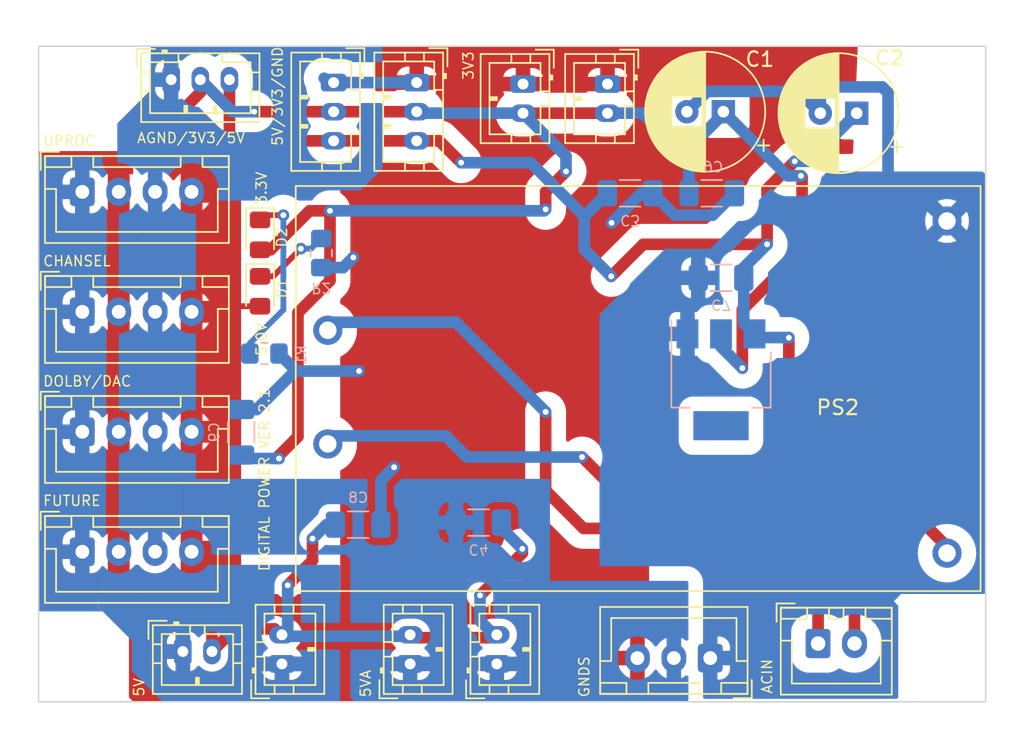
<source format=kicad_pcb>
(kicad_pcb (version 20221018) (generator pcbnew)
  (layers (0 "F.Cu" signal) (31 "B.Cu" signal) (34 "B.Paste" user) (35 "F.Paste" user) (36 "B.SilkS" user "B.Silkscreen") (37 "F.SilkS" user "F.Silkscreen") (38 "B.Mask" user) (39 "F.Mask" user) (44 "Edge.Cuts" user))
  (net 0 "")
  (net 1 "5V")
  (net 2 "VNEG")
  (net 3 "VIN")
  (net 4 "3V3")
  (net 5 "Net-(D1-K)")
  (net 6 "Net-(D2-K)")
  (net 7 "AGND")
  (net 8 "GND")
  (net 9 "PGND")
  (footprint "Connector_JST:JST_XH_B4B-XH-A_1x04_P2.50mm_Vertical" (layer "F.Cu") (at 123 80)
    (fp_text reference "J5" hide)
    (fp_text value "FUTURE")
    (pad "1" thru_hole roundrect (at 0 0) (size 1.7 1.95) (drill 0.95) (layers "*.Cu" "*.Mask") (roundrect_rratio 0.1470588235) (net 8 "GND"))
    (pad "2" thru_hole oval (at 2.5 0) (size 1.7 1.95) (drill 0.95) (layers "*.Cu" "*.Mask") (net 4 "3V3"))
    (pad "3" thru_hole oval (at 5 0) (size 1.7 1.95) (drill 0.95) (layers "*.Cu" "*.Mask") (net 7 "AGND"))
    (pad "4" thru_hole oval (at 7.5 0) (size 1.7 1.95) (drill 0.95) (layers "*.Cu" "*.Mask") (net 1 "5V"))
  )
  (footprint "Connector_JST:JST_PH_B3B-PH-K_1x03_P2.00mm_Vertical" (layer "F.Cu") (at 129.1 72.3)
    (fp_text reference "J9" hide)
    (fp_text value "COMPAT")
    (pad "1" thru_hole roundrect (at 0 0) (size 1.2 1.75) (drill 0.75) (layers "*.Cu" "*.Mask") (roundrect_rratio 0.2083333333) (net 7 "AGND"))
    (pad "2" thru_hole oval (at 2 0) (size 1.2 1.75) (drill 0.75) (layers "*.Cu" "*.Mask") (net 4 "3V3"))
    (pad "3" thru_hole oval (at 4 0) (size 1.2 1.75) (drill 0.75) (layers "*.Cu" "*.Mask") (net 1 "5V"))
  )
  (footprint "Connector_JST:JST_XH_B4B-XH-A_1x04_P2.50mm_Vertical" (layer "F.Cu") (at 123 88.233333)
    (fp_text reference "J3" hide)
    (fp_text value "CHANSEL")
    (pad "1" thru_hole roundrect (at 0 0) (size 1.7 1.95) (drill 0.95) (layers "*.Cu" "*.Mask") (roundrect_rratio 0.1470588235) (net 8 "GND"))
    (pad "2" thru_hole oval (at 2.5 0) (size 1.7 1.95) (drill 0.95) (layers "*.Cu" "*.Mask") (net 4 "3V3"))
    (pad "3" thru_hole oval (at 5 0) (size 1.7 1.95) (drill 0.95) (layers "*.Cu" "*.Mask") (net 7 "AGND"))
    (pad "4" thru_hole oval (at 7.5 0) (size 1.7 1.95) (drill 0.95) (layers "*.Cu" "*.Mask") (net 1 "5V"))
  )
  (footprint "Capacitor_THT:CP_Radial_D8.0mm_P2.50mm" (layer "F.Cu") (at 176.152651 74.6 180)
    (fp_text reference "C2" (at -2.247349 3.8 180) (layer "F.SilkS"))
    (fp_text value "330u 16V")
    (pad "1" thru_hole rect (at 0 0 180) (size 1.6 1.6) (drill 0.8) (layers "*.Cu" "*.Mask") (net 1 "5V"))
    (pad "2" thru_hole circle (at 2.5 0 180) (size 1.6 1.6) (drill 0.8) (layers "*.Cu" "*.Mask") (net 9 "PGND"))
  )
  (footprint "LED_SMD:LED_0805_2012Metric_Pad1.15x1.40mm_HandSolder" (layer "F.Cu") (at 135.2 82.95 -90)
    (fp_text reference "D2" (at 0.175 -1.5 90 unlocked) (layer "F.SilkS") (effects (font (size 0.7 0.7) (thickness 0.1))))
    (fp_text value "WHITE")
    (pad "1" smd roundrect (at -1.025 0 270) (size 1.15 1.4) (layers "F.Cu" "F.Paste" "F.Mask") (roundrect_rratio 0.2173913043) (net 6 "Net-(D2-K)"))
    (pad "2" smd roundrect (at 1.025 0 270) (size 1.15 1.4) (layers "F.Cu" "F.Paste" "F.Mask") (roundrect_rratio 0.2173913043) (net 4 "3V3"))
  )
  (footprint "MountingHole:MountingHole_3.2mm_M3" (layer "F.Cu") (at 182.5 72.5)
    (fp_text reference "H1" hide)
    (fp_text value "MountingHole")
    (pad "" np_thru_hole circle (at 0 0) (size 3.2 3.2) (drill 3.2) (layers "*.Cu" "*.Mask"))
  )
  (footprint "Connector_JST:JST_XH_B4B-XH-A_1x04_P2.50mm_Vertical" (layer "F.Cu") (at 123 96.466666)
    (fp_text reference "J4" hide)
    (fp_text value "DOLBY")
    (pad "1" thru_hole roundrect (at 0 0) (size 1.7 1.95) (drill 0.95) (layers "*.Cu" "*.Mask") (roundrect_rratio 0.1470588235) (net 8 "GND"))
    (pad "2" thru_hole oval (at 2.5 0) (size 1.7 1.95) (drill 0.95) (layers "*.Cu" "*.Mask") (net 4 "3V3"))
    (pad "3" thru_hole oval (at 5 0) (size 1.7 1.95) (drill 0.95) (layers "*.Cu" "*.Mask") (net 7 "AGND"))
    (pad "4" thru_hole oval (at 7.5 0) (size 1.7 1.95) (drill 0.95) (layers "*.Cu" "*.Mask") (net 1 "5V"))
  )
  (footprint "MountingHole:MountingHole_3.2mm_M3" (layer "F.Cu") (at 122.5 112.5)
    (fp_text reference "H2" hide)
    (fp_text value "MountingHole")
    (pad "" np_thru_hole circle (at 0 0) (size 3.2 3.2) (drill 3.2) (layers "*.Cu" "*.Mask"))
  )
  (footprint "Components:HLK-10M05" (layer "F.Cu") (at 162.15 91.7)
    (fp_text reference "PS2" (at 12.7 3.1 unlocked) (layer "F.SilkS"))
    (fp_text value "HLK-10M05")
    (pad "1" thru_hole circle (at -22.3 -2.2) (size 2 2) (drill 1.2) (layers "*.Cu" "*.Mask") (net 3 "VIN"))
    (pad "2" thru_hole circle (at -22.3 5.6) (size 2 2) (drill 1.2) (layers "*.Cu" "*.Mask") (net 2 "VNEG"))
    (pad "3" thru_hole circle (at 20.2 -9.7) (size 2 2) (drill 1.2) (layers "*.Cu" "*.Mask") (net 9 "PGND"))
    (pad "4" thru_hole circle (at 20.2 13.1) (size 2 2) (drill 1.2) (layers "*.Cu" "*.Mask") (net 1 "5V"))
  )
  (footprint "Connector_JST:JST_XH_B4B-XH-A_1x04_P2.50mm_Vertical" (layer "F.Cu") (at 123 104.7)
    (fp_text reference "J6" hide)
    (fp_text value "UPRO")
    (pad "1" thru_hole roundrect (at 0 0) (size 1.7 1.95) (drill 0.95) (layers "*.Cu" "*.Mask") (roundrect_rratio 0.1470588235) (net 8 "GND"))
    (pad "2" thru_hole oval (at 2.5 0) (size 1.7 1.95) (drill 0.95) (layers "*.Cu" "*.Mask") (net 4 "3V3"))
    (pad "3" thru_hole oval (at 5 0) (size 1.7 1.95) (drill 0.95) (layers "*.Cu" "*.Mask") (net 7 "AGND"))
    (pad "4" thru_hole oval (at 7.5 0) (size 1.7 1.95) (drill 0.95) (layers "*.Cu" "*.Mask") (net 1 "5V"))
  )
  (footprint "Connector_JST:JST_PH_B2B-PH-K_1x02_P2.00mm_Vertical" (layer "F.Cu") (at 151.45 112.4 90)
    (fp_text reference "DIG5" hide)
    (fp_text value "Conn_01x02_Male")
    (pad "1" thru_hole roundrect (at 0 0 90) (size 1.2 1.75) (drill 0.75) (layers "*.Cu" "*.Mask") (roundrect_rratio 0.2083333333) (net 7 "AGND"))
    (pad "2" thru_hole oval (at 2 0 90) (size 1.2 1.75) (drill 0.75) (layers "*.Cu" "*.Mask") (net 1 "5V"))
  )
  (footprint "LED_SMD:LED_0805_2012Metric_Pad1.15x1.40mm_HandSolder" (layer "F.Cu") (at 135.2 86.825 -90)
    (fp_text reference "D1" (at -0.2 -1.5 90 unlocked) (layer "F.SilkS") (effects (font (size 0.7 0.7) (thickness 0.1))))
    (fp_text value "BLUE")
    (pad "1" smd roundrect (at -1.025 0 270) (size 1.15 1.4) (layers "F.Cu" "F.Paste" "F.Mask") (roundrect_rratio 0.2173913043) (net 5 "Net-(D1-K)"))
    (pad "2" smd roundrect (at 1.025 0 270) (size 1.15 1.4) (layers "F.Cu" "F.Paste" "F.Mask") (roundrect_rratio 0.2173913043) (net 1 "5V"))
  )
  (footprint "MountingHole:MountingHole_3.2mm_M3" (layer "F.Cu") (at 122.5 72.5)
    (fp_text reference "H4" hide)
    (fp_text value "MountingHole")
    (pad "" np_thru_hole circle (at 0 0) (size 3.2 3.2) (drill 3.2) (layers "*.Cu" "*.Mask"))
  )
  (footprint "Connector_JST:JST_PH_B2B-PH-K_1x02_P2.00mm_Vertical" (layer "F.Cu") (at 136.7 112.4 90)
    (fp_text reference "DIG2" hide)
    (fp_text value "Conn_01x02_Male")
    (pad "1" thru_hole roundrect (at 0 0 90) (size 1.2 1.75) (drill 0.75) (layers "*.Cu" "*.Mask") (roundrect_rratio 0.2083333333) (net 8 "GND"))
    (pad "2" thru_hole oval (at 2 0 90) (size 1.2 1.75) (drill 0.75) (layers "*.Cu" "*.Mask") (net 1 "5V"))
  )
  (footprint "Connector_JST:JST_XH_B3B-XH-A_1x03_P2.50mm_Vertical" (layer "F.Cu") (at 166.1 112 180)
    (fp_text reference "J2" hide)
    (fp_text value "GROUNDS")
    (pad "1" thru_hole roundrect (at 0 0 180) (size 1.7 1.95) (drill 0.95) (layers "*.Cu" "*.Mask") (roundrect_rratio 0.1470588235) (net 9 "PGND"))
    (pad "2" thru_hole oval (at 2.5 0 180) (size 1.7 1.95) (drill 0.95) (layers "*.Cu" "*.Mask") (net 7 "AGND"))
    (pad "3" thru_hole oval (at 5 0 180) (size 1.7 1.95) (drill 0.95) (layers "*.Cu" "*.Mask") (net 8 "GND"))
  )
  (footprint "Connector_JST:JST_PH_B2B-PH-K_1x02_P2.00mm_Vertical" (layer "F.Cu") (at 129.9 111.55)
    (fp_text reference "DIG1" hide)
    (fp_text value "Conn_01x02_Male")
    (pad "1" thru_hole roundrect (at 0 0) (size 1.2 1.75) (drill 0.75) (layers "*.Cu" "*.Mask") (roundrect_rratio 0.2083333333) (net 8 "GND"))
    (pad "2" thru_hole oval (at 2 0) (size 1.2 1.75) (drill 0.75) (layers "*.Cu" "*.Mask") (net 1 "5V"))
  )
  (footprint "Connector_JST:JST_PH_B2B-PH-K_1x02_P2.00mm_Vertical" (layer "F.Cu") (at 145.5 112.4 90)
    (fp_text reference "DIG7" hide)
    (fp_text value "Conn_01x02_Male")
    (pad "1" thru_hole roundrect (at 0 0 90) (size 1.2 1.75) (drill 0.75) (layers "*.Cu" "*.Mask") (roundrect_rratio 0.2083333333) (net 7 "AGND"))
    (pad "2" thru_hole oval (at 2 0 90) (size 1.2 1.75) (drill 0.75) (layers "*.Cu" "*.Mask") (net 1 "5V"))
  )
  (footprint "Connector_JST:JST_PH_B2B-PH-K_1x02_P2.00mm_Vertical" (layer "F.Cu") (at 153.25 72.6 -90)
    (fp_text reference "DIG6" hide)
    (fp_text value "Conn_01x02_Male")
    (pad "1" thru_hole roundrect (at 0 0 270) (size 1.2 1.75) (drill 0.75) (layers "*.Cu" "*.Mask") (roundrect_rratio 0.2083333333) (net 8 "GND"))
    (pad "2" thru_hole oval (at 2 0 270) (size 1.2 1.75) (drill 0.75) (layers "*.Cu" "*.Mask") (net 4 "3V3"))
  )
  (footprint "Connector_JST:JST_XH_B2B-XH-A_1x02_P2.50mm_Vertical" (layer "F.Cu") (at 173.5 111)
    (fp_text reference "J1" hide)
    (fp_text value "Conn_01x02_Male" hide)
    (pad "1" thru_hole roundrect (at 0 0) (size 1.7 2) (drill 1) (layers "*.Cu" "*.Mask") (roundrect_rratio 0.1470588235) (net 3 "VIN"))
    (pad "2" thru_hole oval (at 2.5 0) (size 1.7 2) (drill 1) (layers "*.Cu" "*.Mask") (net 2 "VNEG"))
  )
  (footprint "Capacitor_THT:CP_Radial_D8.0mm_P2.50mm" (layer "F.Cu") (at 167 74.5 180)
    (fp_text reference "C1" (at -2.5 3.6) (layer "F.SilkS"))
    (fp_text value "330u 16V")
    (pad "1" thru_hole rect (at 0 0 180) (size 1.6 1.6) (drill 0.8) (layers "*.Cu" "*.Mask") (net 4 "3V3"))
    (pad "2" thru_hole circle (at 2.5 0 180) (size 1.6 1.6) (drill 0.8) (layers "*.Cu" "*.Mask") (net 9 "PGND"))
  )
  (footprint "Connector_JST:JST_PH_B3B-PH-K_1x03_P2.00mm_Vertical" (layer "F.Cu") (at 145.95 72.5 -90)
    (fp_text reference "J7" hide)
    (fp_text value "COMPAT")
    (pad "1" thru_hole roundrect (at 0 0 270) (size 1.2 1.75) (drill 0.75) (layers "*.Cu" "*.Mask") (roundrect_rratio 0.2083333333) (net 8 "GND"))
    (pad "2" thru_hole oval (at 2 0 270) (size 1.2 1.75) (drill 0.75) (layers "*.Cu" "*.Mask") (net 4 "3V3"))
    (pad "3" thru_hole oval (at 4 0 270) (size 1.2 1.75) (drill 0.75) (layers "*.Cu" "*.Mask") (net 1 "5V"))
  )
  (footprint "MountingHole:MountingHole_3.2mm_M3" (layer "F.Cu") (at 182.5 112.5)
    (fp_text reference "H3" hide)
    (fp_text value "MountingHole")
    (pad "" np_thru_hole circle (at 0 0) (size 3.2 3.2) (drill 3.2) (layers "*.Cu" "*.Mask"))
  )
  (footprint "Connector_JST:JST_PH_B3B-PH-K_1x03_P2.00mm_Vertical" (layer "F.Cu") (at 140.25 72.5 -90)
    (fp_text reference "J8" hide)
    (fp_text value "COMPAT")
    (pad "1" thru_hole roundrect (at 0 0 270) (size 1.2 1.75) (drill 0.75) (layers "*.Cu" "*.Mask") (roundrect_rratio 0.2083333333) (net 8 "GND"))
    (pad "2" thru_hole oval (at 2 0 270) (size 1.2 1.75) (drill 0.75) (layers "*.Cu" "*.Mask") (net 4 "3V3"))
    (pad "3" thru_hole oval (at 4 0 270) (size 1.2 1.75) (drill 0.75) (layers "*.Cu" "*.Mask") (net 1 "5V"))
  )
  (footprint "Connector_JST:JST_PH_B2B-PH-K_1x02_P2.00mm_Vertical" (layer "F.Cu") (at 159.05 72.6 -90)
    (fp_text reference "DIG4" hide)
    (fp_text value "Conn_01x02_Male")
    (pad "1" thru_hole roundrect (at 0 0 270) (size 1.2 1.75) (drill 0.75) (layers "*.Cu" "*.Mask") (roundrect_rratio 0.2083333333) (net 8 "GND"))
    (pad "2" thru_hole oval (at 2 0 270) (size 1.2 1.75) (drill 0.75) (layers "*.Cu" "*.Mask") (net 4 "3V3"))
  )
  (footprint "Capacitor_SMD:C_1206_3216Metric_Pad1.33x1.80mm_HandSolder" (layer "B.Cu") (at 150.2 102.7)
    (fp_text reference "C4" (at 0 1.85 -180 unlocked) (layer "B.SilkS") (effects (font (size 0.7 0.7) (thickness 0.1)) (justify mirror)))
    (fp_text value "47u")
    (pad "1" smd roundrect (at -1.5625 0) (size 1.325 1.8) (layers "B.Cu" "B.Paste" "B.Mask") (roundrect_rratio 0.1886792453) (net 7 "AGND"))
    (pad "2" smd roundrect (at 1.5625 0) (size 1.325 1.8) (layers "B.Cu" "B.Paste" "B.Mask") (roundrect_rratio 0.1886792453) (net 1 "5V"))
  )
  (footprint "Package_TO_SOT_SMD:SOT-223" (layer "B.Cu") (at 166.8375 92.9 -90)
    (fp_text reference "U1" hide)
    (fp_text value "AZ1117-3.3")
    (pad "1" smd rect (at -3.15 2.3 270) (size 2 1.5) (layers "B.Cu" "B.Paste" "B.Mask") (net 9 "PGND"))
    (pad "2" smd rect (at -3.15 0 270) (size 2 1.5) (layers "B.Cu" "B.Paste" "B.Mask") (net 4 "3V3"))
    (pad "3" smd rect (at -3.15 -2.3 270) (size 2 1.5) (layers "B.Cu" "B.Paste" "B.Mask") (net 1 "5V"))
    (pad "4" smd rect (at 3.15 0 270) (size 2 3.8) (layers "B.Cu" "B.Paste" "B.Mask"))
  )
  (footprint "Resistor_SMD:R_0805_2012Metric_Pad1.20x1.40mm_HandSolder" (layer "B.Cu") (at 135.5 91.1)
    (fp_text reference "R1" (at 2.5 0.1 90 unlocked) (layer "B.SilkS") (effects (font (size 0.7 0.7) (thickness 0.1)) (justify mirror)))
    (fp_text value "510R")
    (pad "1" smd roundrect (at -1 0) (size 1.2 1.4) (layers "B.Cu" "B.Paste" "B.Mask") (roundrect_rratio 0.2083333333) (net 6 "Net-(D2-K)"))
    (pad "2" smd roundrect (at 1 0) (size 1.2 1.4) (layers "B.Cu" "B.Paste" "B.Mask") (roundrect_rratio 0.2083333333) (net 8 "GND"))
  )
  (footprint "Capacitor_SMD:C_1206_3216Metric_Pad1.33x1.80mm_HandSolder" (layer "B.Cu") (at 160.6 80.1)
    (fp_text reference "C3" (at 0 1.85 180 unlocked) (layer "B.SilkS") (effects (font (size 0.7 0.7) (thickness 0.1)) (justify mirror)))
    (fp_text value "47u")
    (pad "1" smd roundrect (at -1.5625 0) (size 1.325 1.8) (layers "B.Cu" "B.Paste" "B.Mask") (roundrect_rratio 0.1886792453) (net 1 "5V"))
    (pad "2" smd roundrect (at 1.5625 0) (size 1.325 1.8) (layers "B.Cu" "B.Paste" "B.Mask") (roundrect_rratio 0.1886792453) (net 8 "GND"))
  )
  (footprint "Capacitor_SMD:C_1206_3216Metric_Pad1.33x1.80mm_HandSolder" (layer "B.Cu") (at 166.8375 85.9)
    (fp_text reference "C7" (at 0 1.85 180 unlocked) (layer "B.SilkS") (effects (font (size 0.7 0.7) (thickness 0.1)) (justify mirror)))
    (fp_text value "10u")
    (pad "1" smd roundrect (at -1.5625 0) (size 1.325 1.8) (layers "B.Cu" "B.Paste" "B.Mask") (roundrect_rratio 0.1886792453) (net 9 "PGND"))
    (pad "2" smd roundrect (at 1.5625 0) (size 1.325 1.8) (layers "B.Cu" "B.Paste" "B.Mask") (roundrect_rratio 0.1886792453) (net 1 "5V"))
  )
  (footprint "Capacitor_SMD:C_1206_3216Metric_Pad1.33x1.80mm_HandSolder" (layer "B.Cu") (at 166.2 80.1)
    (fp_text reference "C6" (at 0.1 -1.8 unlocked) (layer "B.SilkS") (effects (font (size 0.7 0.7) (thickness 0.1)) (justify mirror)))
    (fp_text value "10U")
    (pad "1" smd roundrect (at -1.5625 0) (size 1.325 1.8) (layers "B.Cu" "B.Paste" "B.Mask") (roundrect_rratio 0.1886792453) (net 4 "3V3"))
    (pad "2" smd roundrect (at 1.5625 0) (size 1.325 1.8) (layers "B.Cu" "B.Paste" "B.Mask") (roundrect_rratio 0.1886792453) (net 8 "GND"))
  )
  (footprint "Capacitor_SMD:C_1206_3216Metric_Pad1.33x1.80mm_HandSolder" (layer "B.Cu") (at 133.9 96.5 -90)
    (fp_text reference "C9" (at 0 1.85 -270 unlocked) (layer "B.SilkS") (effects (font (size 0.7 0.7) (thickness 0.1)) (justify mirror)))
    (fp_text value "47u")
    (pad "1" smd roundrect (at -1.5625 0 270) (size 1.325 1.8) (layers "B.Cu" "B.Paste" "B.Mask") (roundrect_rratio 0.1886792453) (net 8 "GND"))
    (pad "2" smd roundrect (at 1.5625 0 270) (size 1.325 1.8) (layers "B.Cu" "B.Paste" "B.Mask") (roundrect_rratio 0.1886792453) (net 4 "3V3"))
  )
  (footprint "Capacitor_SMD:C_1206_3216Metric_Pad1.33x1.80mm_HandSolder" (layer "B.Cu") (at 141.933027 102.842956 180)
    (fp_text reference "C8" (at 0 1.85 unlocked) (layer "B.SilkS") (effects (font (size 0.7 0.7) (thickness 0.1)) (justify mirror)))
    (fp_text value "47u")
    (pad "1" smd roundrect (at -1.5625 0 180) (size 1.325 1.8) (layers "B.Cu" "B.Paste" "B.Mask") (roundrect_rratio 0.1886792453) (net 8 "GND"))
    (pad "2" smd roundrect (at 1.5625 0 180) (size 1.325 1.8) (layers "B.Cu" "B.Paste" "B.Mask") (roundrect_rratio 0.1886792453) (net 1 "5V"))
  )
  (footprint "Resistor_SMD:R_0805_2012Metric_Pad1.20x1.40mm_HandSolder" (layer "B.Cu") (at 139.4 84.2 -90)
    (fp_text reference "R2" (at 2.4 0 -180 unlocked) (layer "B.SilkS") (effects (font (size 0.7 0.7) (thickness 0.1)) (justify mirror)))
    (fp_text value "750R")
    (pad "1" smd roundrect (at -1 0 270) (size 1.2 1.4) (layers "B.Cu" "B.Paste" "B.Mask") (roundrect_rratio 0.2083333333) (net 5 "Net-(D1-K)"))
    (pad "2" smd roundrect (at 1 0 270) (size 1.2 1.4) (layers "B.Cu" "B.Paste" "B.Mask") (roundrect_rratio 0.2083333333) (net 8 "GND"))
  )
  (gr_line (start 120 70) (end 120 115) (stroke (width 0.1)) (layer "Edge.Cuts"))
  (gr_line (start 185 70) (end 120 70) (stroke (width 0.1)) (layer "Edge.Cuts"))
  (gr_line (start 185 70) (end 185 115) (stroke (width 0.1)) (layer "Edge.Cuts"))
  (gr_line (start 120 115) (end 185 115) (stroke (width 0.1)) (layer "Edge.Cuts"))
  (gr_text "AGND/3V3/5V" (at 126.7 76.3) (layer "F.SilkS") (effects (font (size 0.7 0.7) (thickness 0.1)) (justify left)))
  (gr_text "5V/3V3/GND" (at 136.4 76.9 90) (layer "F.SilkS") (effects (font (size 0.7 0.7) (thickness 0.1)) (justify left)))
  (gr_text "ACIN" (at 170 114.5 90) (layer "F.SilkS") (effects (font (size 0.7 0.7) (thickness 0.1)) (justify left)))
  (gr_text "DOLBY/DAC" (at 120.25 93) (layer "F.SilkS") (effects (font (size 0.7 0.7) (thickness 0.1)) (justify left)))
  (gr_text "5.0V" (at 135.3 88.925 90) (layer "F.SilkS") (effects (font (size 0.7 0.7) (thickness 0.1)) (justify right)))
  (gr_text "UPROC" (at 120.25 76.5) (layer "F.SilkS") (effects (font (size 0.7 0.7) (thickness 0.1)) (justify left)))
  (gr_text "DIGITAL POWER VER 2.1" (at 135.5 106.1 90) (layer "F.SilkS") (effects (font (size 0.7 0.7) (thickness 0.1)) (justify left)))
  (gr_text "3.3V" (at 135.3 78.55 90) (layer "F.SilkS") (effects (font (size 0.7 0.7) (thickness 0.1)) (justify right)))
  (gr_text "GNDS\n" (at 157.45 114.75 90) (layer "F.SilkS") (effects (font (size 0.7 0.7) (thickness 0.1)) (justify left)))
  (gr_text "3V3" (at 149.5 70.3 90) (layer "F.SilkS") (effects (font (size 0.7 0.7) (thickness 0.1)) (justify right)))
  (gr_text "5VA" (at 142.45 114.75 90) (layer "F.SilkS") (effects (font (size 0.7 0.7) (thickness 0.1)) (justify left)))
  (gr_text "CHANSEL\n" (at 120.25 84.75) (layer "F.SilkS") (effects (font (size 0.7 0.7) (thickness 0.1)) (justify left)))
  (gr_text "5V" (at 126.9 114.7 90) (layer "F.SilkS") (effects (font (size 0.7 0.7) (thickness 0.1)) (justify left)))
  (gr_text "FUTURE" (at 120.25 101.2) (layer "F.SilkS") (effects (font (size 0.7 0.7) (thickness 0.1)) (justify left)))
  (segment (start 170 79.8) (end 171.9 77.9) (width 0.8) (layer "F.Cu") (net 1))
  (segment (start 136.7 110.5) (end 136.2 110) (width 0.8) (layer "F.Cu") (net 1))
  (segment (start 133.35 87.85) (end 133.2 88) (width 0.4) (layer "F.Cu") (net 1))
  (segment (start 140.25 76.5) (end 134 76.5) (width 0.8) (layer "F.Cu") (net 1))
  (segment (start 134 76.5) (end 132.8 77.7) (width 0.8) (layer "F.Cu") (net 1))
  (segment (start 145.5 110.6) (end 151.45 110.6) (width 0.8) (layer "F.Cu") (net 1))
  (segment (start 161.5 83.6) (end 159.3 85.8) (width 0.8) (layer "F.Cu") (net 1))
  (segment (start 151.35 110.5) (end 151.45 110.6) (width 0.8) (layer "F.Cu") (net 1))
  (segment (start 133.1 72.3) (end 133.1 77.4) (width 0.8) (layer "F.Cu") (net 1))
  (segment (start 132.8 77.7) (end 130.5 80) (width 0.8) (layer "F.Cu") (net 1))
  (segment (start 145.95 76.5) (end 140.25 76.5) (width 0.8) (layer "F.Cu") (net 1))
  (segment (start 170 83.6) (end 161.5 83.6) (width 0.8) (layer "F.Cu") (net 1))
  (segment (start 153.2 104.8) (end 150.3 107.7) (width 0.8) (layer "F.Cu") (net 1))
  (segment (start 182.25 104.25) (end 171.493884 93.493884) (width 0.8) (layer "F.Cu") (net 1))
  (segment (start 131.9 106.1) (end 130.5 104.7) (width 0.8) (layer "F.Cu") (net 1))
  (segment (start 138.8 103.8) (end 138.8 105.3) (width 0.8) (layer "F.Cu") (net 1))
  (segment (start 133.45 110) (end 131.9 111.55) (width 0.8) (layer "F.Cu") (net 1))
  (segment (start 133.1 77.4) (end 132.8 77.7) (width 0.8) (layer "F.Cu") (net 1))
  (segment (start 135.2 87.85) (end 133.35 87.85) (width 0.4) (layer "F.Cu") (net 1))
  (segment (start 171.493884 93.493884) (end 171.493884 90.010432) (width 0.8) (layer "F.Cu") (net 1))
  (segment (start 147.5 76.5) (end 149 78) (width 0.8) (layer "F.Cu") (net 1))
  (segment (start 136.2 110) (end 133.45 110) (width 0.8) (layer "F.Cu") (net 1))
  (segment (start 145.95 76.5) (end 147.5 76.5) (width 0.8) (layer "F.Cu") (net 1))
  (segment (start 170 83.6) (end 170 79.8) (width 0.8) (layer "F.Cu") (net 1))
  (segment (start 131.9 111.55) (end 131.9 106.1) (width 0.8) (layer "F.Cu") (net 1))
  (segment (start 138.8 105.3) (end 137.1 107) (width 0.8) (layer "F.Cu") (net 1))
  (segment (start 153.2 104.5) (end 153.2 104.8) (width 0.8) (layer "F.Cu") (net 1))
  (via (at 171.9 77.9) (size 0.8) (drill 0.4) (layers "F.Cu" "B.Cu") (net 1))
  (via (at 170 83.6) (size 0.8) (drill 0.4) (layers "F.Cu" "B.Cu") (net 1))
  (via (at 159.3 85.8) (size 0.8) (drill 0.4) (layers "F.Cu" "B.Cu") (net 1))
  (via (at 149 78) (size 0.8) (drill 0.4) (layers "F.Cu" "B.Cu") (net 1))
  (via (at 150.3 107.7) (size 0.8) (drill 0.4) (layers "F.Cu" "B.Cu") (net 1))
  (via (at 137.1 107) (size 0.8) (drill 0.4) (layers "F.Cu" "B.Cu") (net 1))
  (via (at 153.2 104.5) (size 0.8) (drill 0.4) (layers "F.Cu" "B.Cu") (net 1))
  (via (at 171.493884 90.010432) (size 0.8) (drill 0.4) (layers "F.Cu" "B.Cu") (net 1))
  (via (at 138.8 103.8) (size 0.8) (drill 0.4) (layers "F.Cu" "B.Cu") (net 1))
  (segment (start 153.776714 78) (end 149 78) (width 0.8) (layer "B.Cu") (net 1))
  (segment (start 168.4 85.2) (end 170 83.6) (width 0.8) (layer "B.Cu") (net 1))
  (segment (start 159.3 85.8) (end 157.457107 83.957107) (width 0.8) (layer "B.Cu") (net 1))
  (segment (start 150.3 107.7) (end 150.3 109.45) (width 0.8) (layer "B.Cu") (net 1))
  (segment (start 168.4 85.9) (end 168.4 89.0125) (width 0.8) (layer "B.Cu") (net 1))
  (segment (start 150.3 109.45) (end 151.45 110.6) (width 0.8) (layer "B.Cu") (net 1))
  (segment (start 140.370527 102.842956) (end 139.757044 102.842956) (width 0.8) (layer "B.Cu") (net 1))
  (segment (start 157.457107 81.680393) (end 159.0375 80.1) (width 0.8) (layer "B.Cu") (net 1))
  (segment (start 137.1 107) (end 137.1 110.1) (width 0.8) (layer "B.Cu") (net 1))
  (segment (start 171.483452 90) (end 171.493884 90.010432) (width 0.8) (layer "B.Cu") (net 1))
  (segment (start 171.9 77.9) (end 172.852651 77.9) (width 0.8) (layer "B.Cu") (net 1))
  (segment (start 169.3875 90) (end 171.483452 90) (width 0.8) (layer "B.Cu") (net 1))
  (segment (start 157.457107 81.680393) (end 153.776714 78) (width 0.8) (layer "B.Cu") (net 1))
  (segment (start 151.7625 103.0625) (end 153.2 104.5) (width 0.8) (layer "B.Cu") (net 1))
  (segment (start 145.5 110.6) (end 145.4 110.5) (width 0.8) (layer "B.Cu") (net 1))
  (segment (start 157.457107 83.957107) (end 157.457107 81.680393) (width 0.8) (layer "B.Cu") (net 1))
  (segment (start 168.4 89.0125) (end 169.1375 89.75) (width 0.8) (layer "B.Cu") (net 1))
  (segment (start 172.852651 77.9) (end 176.152651 74.6) (width 0.8) (layer "B.Cu") (net 1))
  (segment (start 145.4 110.5) (end 136.7 110.5) (width 0.8) (layer "B.Cu") (net 1))
  (segment (start 168.4 85.9) (end 168.4 85.2) (width 0.8) (layer "B.Cu") (net 1))
  (segment (start 137.1 110.1) (end 136.7 110.5) (width 0.8) (layer "B.Cu") (net 1))
  (segment (start 139.757044 102.842956) (end 138.8 103.8) (width 0.8) (layer "B.Cu") (net 1))
  (segment (start 176 105) (end 171.2 100.2) (width 0.8) (layer "F.Cu") (net 2))
  (segment (start 159.3 100.2) (end 157.3 98.2) (width 0.8) (layer "F.Cu") (net 2))
  (segment (start 171.2 100.2) (end 159.3 100.2) (width 0.8) (layer "F.Cu") (net 2))
  (segment (start 176 111) (end 176 105) (width 0.8) (layer "F.Cu") (net 2))
  (via (at 157.3 98.2) (size 0.8) (drill 0.4) (layers "F.Cu" "B.Cu") (net 2))
  (segment (start 157.3 98.2) (end 149.4 98.2) (width 0.8) (layer "B.Cu") (net 2))
  (segment (start 149.4 98.2) (end 147.95 96.75) (width 0.8) (layer "B.Cu") (net 2))
  (segment (start 147.95 96.75) (end 139.75 96.75) (width 0.8) (layer "B.Cu") (net 2))
  (segment (start 173.5 111) (end 173.5 108.7) (width 0.8) (layer "F.Cu") (net 3))
  (segment (start 154.8 100.5) (end 157.4 103.1) (width 0.8) (layer "F.Cu") (net 3))
  (segment (start 167.9 103.1) (end 157.4 103.1) (width 0.8) (layer "F.Cu") (net 3))
  (segment (start 173.5 108.7) (end 167.9 103.1) (width 0.8) (layer "F.Cu") (net 3))
  (segment (start 154.8 100.5) (end 154.8 95.1) (width 0.8) (layer "F.Cu") (net 3))
  (via (at 154.8 95.1) (size 0.8) (drill 0.4) (layers "F.Cu" "B.Cu") (net 3))
  (segment (start 148.65 88.95) (end 139.75 88.95) (width 0.8) (layer "B.Cu") (net 3))
  (segment (start 154.8 95.1) (end 148.65 88.95) (width 0.8) (layer "B.Cu") (net 3))
  (segment (start 136.5 98.1) (end 136.5 98.3) (width 0.8) (layer "F.Cu") (net 4))
  (segment (start 137.8 88.3) (end 137.8 96.8) (width 0.8) (layer "F.Cu") (net 4))
  (segment (start 131.1 72.3) (end 131.1 73.175) (width 0.8) (layer "F.Cu") (net 4))
  (segment (start 140.25 74.5) (end 134.8 74.5) (width 0.8) (layer "F.Cu") (net 4))
  (segment (start 140 81.3) (end 140 86.1) (width 0.8) (layer "F.Cu") (net 4))
  (segment (start 168.3 88.1) (end 172.4 84) (width 0.8) (layer "F.Cu") (net 4))
  (segment (start 154.8 80) (end 156.2 78.6) (width 0.8) (layer "F.Cu") (net 4))
  (segment (start 159.05 74.6) (end 153.25 74.6) (width 0.8) (layer "F.Cu") (net 4))
  (segment (start 145.95 74.5) (end 140.25 74.5) (width 0.8) (layer "F.Cu") (net 4))
  (segment (start 135.2 83.975) (end 135.925 83.975) (width 0.8) (layer "F.Cu") (net 4))
  (segment (start 168.3 92.1) (end 168.3 88.1) (width 0.8) (layer "F.Cu") (net 4))
  (segment (start 135.925 83.975) (end 138.6 81.3) (width 0.8) (layer "F.Cu") (net 4))
  (segment (start 154.8 81.2) (end 154.8 80) (width 0.8) (layer "F.Cu") (net 4))
  (segment (start 131.1 73.175) (end 125.5 78.775) (width 0.8) (layer "F.Cu") (net 4))
  (segment (start 172.4 84) (end 172.4 78.978004) (width 0.8) (layer "F.Cu") (net 4))
  (segment (start 137.8 96.8) (end 137.7 96.9) (width 0.8) (layer "F.Cu") (net 4))
  (segment (start 138.6 81.3) (end 140 81.3) (width 0.8) (layer "F.Cu") (net 4))
  (segment (start 140 86.1) (end 137.8 88.3) (width 0.8) (layer "F.Cu") (net 4))
  (segment (start 125.5 78.775) (end 125.5 80) (width 0.8) (layer "F.Cu") (net 4))
  (segment (start 137.7 96.9) (end 136.5 98.1) (width 0.8) (layer "F.Cu") (net 4))
  (segment (start 172.4 78.978004) (end 172.321996 78.9) (width 0.8) (layer "F.Cu") (net 4))
  (via (at 172.321996 78.9) (size 0.8) (drill 0.4) (layers "F.Cu" "B.Cu") (net 4))
  (via (at 134.8 74.5) (size 0.8) (drill 0.4) (layers "F.Cu" "B.Cu") (net 4))
  (via (at 136.5 98.3) (size 0.8) (drill 0.4) (layers "F.Cu" "B.Cu") (net 4))
  (via (at 140 81.3) (size 0.8) (drill 0.4) (layers "F.Cu" "B.Cu") (net 4))
  (via (at 156.2 78.6) (size 0.8) (drill 0.4) (layers "F.Cu" "B.Cu") (net 4))
  (via (at 154.8 81.2) (size 0.8) (drill 0.4) (layers "F.Cu" "B.Cu") (net 4))
  (via (at 168.3 92.1) (size 0.8) (drill 0.4) (layers "F.Cu" "B.Cu") (net 4))
  (segment (start 159.05 74.6) (end 161.4375 74.6) (width 0.8) (layer "B.Cu") (net 4))
  (segment (start 167 74.5) (end 171.4 78.9) (width 0.8) (layer "B.Cu") (net 4))
  (segment (start 134.8 74.5) (end 133.3 74.5) (width 0.8) (layer "B.Cu") (net 4))
  (segment (start 164.6375 77.8) (end 164.6375 76.3875) (width 0.8) (layer "B.Cu") (net 4))
  (segment (start 165.3 76.35) (end 164.6 76.35) (width 0.8) (layer "B.Cu") (net 4))
  (segment (start 166.8375 90.6375) (end 168.3 92.1) (width 0.8) (layer "B.Cu") (net 4))
  (segment (start 133.3 74.5) (end 131.1 72.3) (width 0.8) (layer "B.Cu") (net 4))
  (segment (start 136.5 98.3) (end 134.1375 98.3) (width 0.8) (layer "B.Cu") (net 4))
  (segment (start 156.2 78.6) (end 156.2 77.55) (width 0.8) (layer "B.Cu") (net 4))
  (segment (start 166.8375 89.75) (end 166.8375 90.6375) (width 0.8) (layer "B.Cu") (net 4))
  (segment (start 171.4 78.9) (end 172.321996 78.9) (width 0.8) (layer "B.Cu") (net 4))
  (segment (start 167.05 74.6) (end 165.3 76.35) (width 0.8) (layer "B.Cu") (net 4))
  (segment (start 140 81.3) (end 154.7 81.3) (width 0.8) (layer "B.Cu") (net 4))
  (segment (start 156.2 77.55) (end 153.25 74.6) (width 0.8) (layer "B.Cu") (net 4))
  (segment (start 153.25 74.6) (end 146.05 74.6) (width 0.8) (layer "B.Cu") (net 4))
  (segment (start 146.05 74.6) (end 145.95 74.5) (width 0.8) (layer "B.Cu") (net 4))
  (segment (start 164.6375 76.3875) (end 164.6 76.35) (width 0.8) (layer "B.Cu") (net 4))
  (segment (start 134.1375 98.3) (end 133.9 98.0625) (width 0.8) (layer "B.Cu") (net 4))
  (segment (start 161.4375 74.6) (end 164.6375 77.8) (width 0.8) (layer "B.Cu") (net 4))
  (segment (start 164.6375 80.1) (end 164.6375 77.8) (width 0.8) (layer "B.Cu") (net 4))
  (segment (start 154.7 81.3) (end 154.8 81.2) (width 0.8) (layer "B.Cu") (net 4))
  (segment (start 136.1 85.8) (end 138 83.9) (width 0.4) (layer "F.Cu") (net 5))
  (segment (start 135.2 85.8) (end 136.1 85.8) (width 0.4) (layer "F.Cu") (net 5))
  (via (at 138 83.9) (size 0.8) (drill 0.4) (layers "F.Cu" "B.Cu") (net 5))
  (segment (start 138.7 83.9) (end 139.4 83.2) (width 0.4) (layer "B.Cu") (net 5))
  (segment (start 138 83.9) (end 138.7 83.9) (width 0.4) (layer "B.Cu") (net 5))
  (segment (start 136.8 81.6) (end 135.525 81.6) (width 0.4) (layer "F.Cu") (net 6))
  (segment (start 135.525 81.6) (end 135.2 81.925) (width 0.4) (layer "F.Cu") (net 6))
  (via (at 136.8 81.6) (size 0.8) (drill 0.4) (layers "F.Cu" "B.Cu") (net 6))
  (segment (start 134.5 90.4) (end 136.8 88.1) (width 0.4) (layer "B.Cu") (net 6))
  (segment (start 136.8 88.1) (end 136.8 81.6) (width 0.4) (layer "B.Cu") (net 6))
  (segment (start 134.5 91.1) (end 134.5 90.4) (width 0.4) (layer "B.Cu") (net 6))
  (via (at 141.6 84.5) (size 0.8) (drill 0.4) (layers "F.Cu" "B.Cu") (net 8))
  (via (at 142 92.3) (size 0.8) (drill 0.4) (layers "F.Cu" "B.Cu") (net 8))
  (via (at 144.4 98.9) (size 0.8) (drill 0.4) (layers "F.Cu" "B.Cu") (net 8))
  (via (at 159.328553 82.128553) (size 0.8) (drill 0.4) (layers "F.Cu" "B.Cu") (net 8))
  (segment (start 143.495527 102.842956) (end 143.495527 99.804473) (width 0.8) (layer "B.Cu") (net 8))
  (segment (start 143.495527 99.804473) (end 144.4 98.9) (width 0.8) (layer "B.Cu") (net 8))
  (segment (start 163.6625 81.6) (end 162.1625 80.1) (width 0.8) (layer "B.Cu") (net 8))
  (segment (start 166.2625 81.6) (end 163.6625 81.6) (width 0.8) (layer "B.Cu") (net 8))
  (segment (start 146.1 72.35) (end 145.95 72.5) (width 0.8) (layer "B.Cu") (net 8))
  (segment (start 140.9 85.2) (end 141.6 84.5) (width 0.8) (layer "B.Cu") (net 8))
  (segment (start 167.7625 80.1) (end 166.2625 81.6) (width 0.8) (layer "B.Cu") (net 8))
  (segment (start 133.9 94.9375) (end 134.9625 94.9375) (width 0.8) (layer "B.Cu") (net 8))
  (segment (start 145.95 72.5) (end 139.9 72.5) (width 0.8) (layer "B.Cu") (net 8))
  (segment (start 139.4 85.2) (end 140.9 85.2) (width 0.8) (layer "B.Cu") (net 8))
  (segment (start 139.9 72.5) (end 139.6 72.2) (width 0.8) (layer "B.Cu") (net 8))
  (segment (start 137.6 92.3) (end 142 92.3) (width 0.8) (layer "B.Cu") (net 8))
  (segment (start 136.3 90.9) (end 137.6 92.2) (width 0.8) (layer "B.Cu") (net 8))
  (segment (start 162.1625 80.1) (end 161.357106 80.1) (width 0.8) (layer "B.Cu") (net 8))
  (segment (start 161.357106 80.1) (end 159.328553 82.128553) (width 0.8) (layer "B.Cu") (net 8))
  (segment (start 137.6 92.2) (end 137.6 92.3) (width 0.8) (layer "B.Cu") (net 8))
  (segment (start 134.9625 94.9375) (end 137.6 92.3) (width 0.8) (layer "B.Cu") (net 8))
  (segment (start 177.9 72.8) (end 178 72.9) (width 0.8) (layer "B.Cu") (net 9))
  (segment (start 178 72.9) (end 178.3 73.2) (width 0.8) (layer "B.Cu") (net 9))
  (segment (start 173.652651 73.347349) (end 174.2 72.8) (width 0.8) (layer "B.Cu") (net 9))
  (segment (start 178.3 80.2) (end 178.7 80.6) (width 0.8) (layer "B.Cu") (net 9))
  (segment (start 165.9 73.1) (end 172.152651 73.1) (width 0.8) (layer "B.Cu") (net 9))
  (segment (start 164.5 74.5) (end 165.9 73.1) (width 0.8) (layer "B.Cu") (net 9))
  (segment (start 178.3 79.4) (end 178.3 80.2) (width 0.8) (layer "B.Cu") (net 9))
  (segment (start 178.3 73.2) (end 178.3 79.4) (width 0.8) (layer "B.Cu") (net 9))
  (segment (start 174.2 72.8) (end 177.9 72.8) (width 0.8) (layer "B.Cu") (net 9))
  (segment (start 173.652651 74.6) (end 173.652651 73.347349) (width 0.8) (layer "B.Cu") (net 9))
  (segment (start 172.152651 73.1) (end 173.652651 74.6) (width 0.8) (layer "B.Cu") (net 9))
  (zone (net 8) (net_name "GND") (layer "F.Cu") (priority 4) (connect_pads (clearance 1)) (min_thickness 0.25) (fill yes (thermal_gap 0.5) (thermal_bridge_width 1))
    (polygon (pts (xy 175.9 77.4) (xy 170.7 77.4) (xy 161.9 86.2) (xy 161.9 115) (xy 162 115.1) (xy 141.5 115.1) (xy 140.7 114.3) (xy 140.7 79.1) (xy 143.1 76.7) (xy 143.1 68.3) (xy 176.3 68.3)))
  )
  (zone (net 4) (net_name "3V3") (layer "F.Cu") (priority 8) (connect_pads (clearance 0.508)) (min_thickness 0.25) (fill yes (thermal_gap 0.5) (thermal_bridge_width 1.5))
    (polygon (pts (xy 119.7 77.2) (xy 126.8 77.2) (xy 126.5 76.9) (xy 126.5 108.2) (xy 126.8 107.9) (xy 119.3 107.9) (xy 119.3 77.6)))
  )
  (zone (net 1) (net_name "5V") (layer "F.Cu") (priority 8) (connect_pads (clearance 0.508)) (min_thickness 0.25) (fill yes (thermal_gap 0.5) (thermal_bridge_width 1.5))
    (polygon (pts (xy 127.1 77.2) (xy 134.2 77.2) (xy 133.9 76.9) (xy 133.9 108.2) (xy 134.2 107.9) (xy 127.3 107.9) (xy 127.3 77)))
  )
  (zone (net 8) (net_name "GND") (layer "F.Cu") (priority 7) (connect_pads (clearance 0.508)) (min_thickness 0.25) (fill yes (thermal_gap 0.5) (thermal_bridge_width 1) (island_removal_mode 1) (island_area_min 10))
    (polygon (pts (xy 162 107.4) (xy 162 115.1) (xy 126.6 115.1) (xy 126.2 114.7) (xy 126.2 108.7) (xy 127.1 107.6) (xy 162.2 107.6)))
  )
  (zone (net 8) (net_name "GND") (layer "B.Cu") (priority 1) (connect_pads (clearance 0.508)) (min_thickness 0.25) (fill yes (thermal_gap 0.5) (thermal_bridge_width 1))
    (polygon (pts (xy 124.1 105.6) (xy 140.7 105.6) (xy 140.7 115.4) (xy 128.9 115.4) (xy 126.4 112.9) (xy 126.4 110.8) (xy 124.1 108.5)))
  )
  (zone (net 7) (net_name "AGND") (layer "B.Cu") (priority 3) (connect_pads (clearance 1)) (min_thickness 0.25) (fill yes (thermal_gap 0.5) (thermal_bridge_width 1))
    (polygon (pts (xy 125.4 78.8) (xy 125.4 75.3) (xy 127.7 73) (xy 127.7 69.7) (xy 128 69.4) (xy 143.6 69.4) (xy 143.6 78.4) (xy 141.4 80.6) (xy 127.2 80.6)))
  )
  (zone (net 7) (net_name "AGND") (layer "B.Cu") (priority 6) (connect_pads (clearance 0.508)) (min_thickness 0.25) (fill yes (thermal_gap 0.5) (thermal_bridge_width 1))
    (polygon (pts (xy 164.6 106.7) (xy 164.6 115.6) (xy 142.3 115.6) (xy 141.4 114.7) (xy 141.4 107.3) (xy 142 106.7)))
  )
  (zone (net 8) (net_name "GND") (layer "B.Cu") (connect_pads (clearance 0.508)) (min_thickness 0.25) (fill yes (thermal_gap 0.5) (thermal_bridge_width 1))
    (polygon (pts (xy 120 77.5) (xy 124.7 77.5) (xy 124.6 108.8) (xy 120 108.8)))
  )
  (zone (net 7) (net_name "AGND") (layer "B.Cu") (priority 2) (connect_pads (clearance 0.508)) (min_thickness 0.25) (fill yes (thermal_gap 0.5) (thermal_bridge_width 1))
    (polygon (pts (xy 129.9 99.7) (xy 155.1 99.7) (xy 155.1 114.9) (xy 154.4 115.6) (xy 142.3 115.6) (xy 141.4 114.7) (xy 141.4 105.2) (xy 141.1 104.9) (xy 130.8 104.9) (xy 129.9 104)))
  )
  (zone (net 9) (net_name "PGND") (layer "B.Cu") (priority 5) (connect_pads (clearance 1)) (min_thickness 0.25) (fill yes (thermal_gap 0.5) (thermal_bridge_width 1))
    (polygon (pts (xy 164.9 114.8) (xy 179 114.8) (xy 179 108.4) (xy 178.7 108.1) (xy 179.2 107.6) (xy 185.7 107.6) (xy 185.7 79.5) (xy 184.8 78.6) (xy 171.4 78.6) (xy 166.1 83.9) (xy 163 83.9) (xy 158.5 88.4) (xy 158.5 108.4)))
  )
  (zone (net 7) (net_name "AGND") (layer "B.Cu") (connect_pads (clearance 0.508)) (min_thickness 0.25) (fill yes (thermal_gap 0.5) (thermal_bridge_width 1))
    (polygon (pts (xy 125.5 77.5) (xy 130.8 77.5) (xy 130.8 104.9) (xy 127.3 104.9) (xy 125.5 104.9)))
  )
)
</source>
